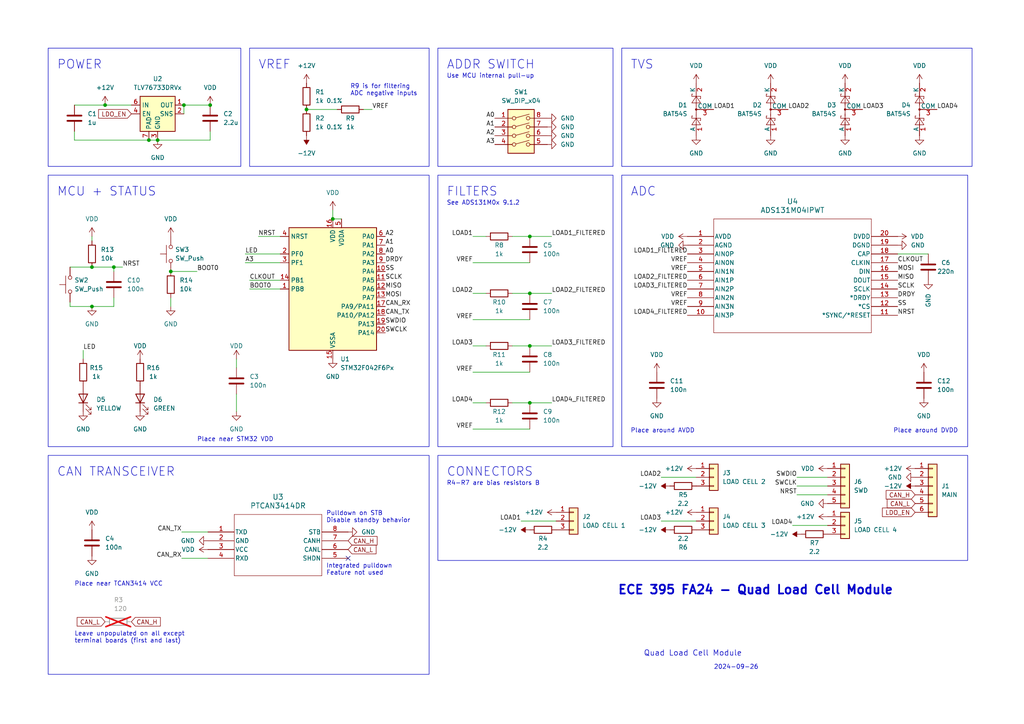
<source format=kicad_sch>
(kicad_sch (version 20230121) (generator eeschema)
  (paper "A4")
  (lib_symbols
    (symbol "2024-09-25_19-47-16:ADS131M04IPWT" (pin_names (offset 0.254))
      (property "Reference" "U" (at 30.48 10.16 0))
      (property "Value" "ADS131M04IPWT" (at 30.48 7.62 0))
      (symbol "ADS131M04IPWT_0_1"
        (polyline (pts (xy 7.62 -27.94) (xy 53.34 -27.94)) (stroke (width 0.127)))
        (polyline (pts (xy 7.62 5.08) (xy 7.62 -27.94)) (stroke (width 0.127)))
        (polyline (pts (xy 53.34 -27.94) (xy 53.34 5.08)) (stroke (width 0.127)))
        (polyline (pts (xy 53.34 5.08) (xy 7.62 5.08)) (stroke (width 0.127)))
        (pin power_in line (at 0 0 0) (length 7.62) (name "AVDD") (number "1"))
        (pin input line (at 0 -22.86 0) (length 7.62) (name "AIN3P") (number "10"))
        (pin unspecified line (at 60.96 -22.86 180) (length 7.62) (name "*SYNC/*RESET") (number "11"))
        (pin unspecified line (at 60.96 -20.32 180) (length 7.62) (name "*CS") (number "12"))
        (pin unspecified line (at 60.96 -17.78 180) (length 7.62) (name "*DRDY") (number "13"))
        (pin unspecified line (at 60.96 -15.24 180) (length 7.62) (name "SCLK") (number "14"))
        (pin output line (at 60.96 -12.7 180) (length 7.62) (name "DOUT") (number "15"))
        (pin unspecified line (at 60.96 -10.16 180) (length 7.62) (name "DIN") (number "16"))
        (pin unspecified line (at 60.96 -7.62 180) (length 7.62) (name "CLKIN") (number "17"))
        (pin unspecified line (at 60.96 -5.08 180) (length 7.62) (name "CAP") (number "18"))
        (pin power_out line (at 60.96 -2.54 180) (length 7.62) (name "DGND") (number "19"))
        (pin power_out line (at 0 -2.54 0) (length 7.62) (name "AGND") (number "2"))
        (pin power_in line (at 60.96 0 180) (length 7.62) (name "DVDD") (number "20"))
        (pin bidirectional line (at 0 -5.08 0) (length 7.62) (name "AIN0P") (number "3"))
        (pin bidirectional line (at 0 -7.62 0) (length 7.62) (name "AIN0N") (number "4"))
        (pin input line (at 0 -10.16 0) (length 7.62) (name "AIN1N") (number "5"))
        (pin input line (at 0 -12.7 0) (length 7.62) (name "AIN1P") (number "6"))
        (pin input line (at 0 -15.24 0) (length 7.62) (name "AIN2P") (number "7"))
        (pin input line (at 0 -17.78 0) (length 7.62) (name "AIN2N") (number "8"))
        (pin input line (at 0 -20.32 0) (length 7.62) (name "AIN3N") (number "9"))
      )
    )
    (symbol "2024-09-25_19-48-59:PTCAN3414DR" (pin_names (offset 0.254))
      (property "Reference" "U" (at 20.32 10.16 0))
      (property "Value" "PTCAN3414DR" (at 20.32 7.62 0))
      (symbol "PTCAN3414DR_0_1"
        (polyline (pts (xy 7.62 -12.7) (xy 33.02 -12.7)) (stroke (width 0.127)))
        (polyline (pts (xy 7.62 5.08) (xy 7.62 -12.7)) (stroke (width 0.127)))
        (polyline (pts (xy 33.02 -12.7) (xy 33.02 5.08)) (stroke (width 0.127)))
        (polyline (pts (xy 33.02 5.08) (xy 7.62 5.08)) (stroke (width 0.127)))
        (pin input line (at 0 0 0) (length 7.62) (name "TXD") (number "1"))
        (pin power_out line (at 0 -2.54 0) (length 7.62) (name "GND") (number "2"))
        (pin power_in line (at 0 -5.08 0) (length 7.62) (name "VCC") (number "3"))
        (pin output line (at 0 -7.62 0) (length 7.62) (name "RXD") (number "4"))
        (pin input line (at 40.64 -7.62 180) (length 7.62) (name "SHDN") (number "5"))
        (pin bidirectional line (at 40.64 -5.08 180) (length 7.62) (name "CANL") (number "6"))
        (pin bidirectional line (at 40.64 -2.54 180) (length 7.62) (name "CANH") (number "7"))
        (pin input line (at 40.64 0 180) (length 7.62) (name "STB") (number "8"))
      )
    )
    (symbol "Connector_Generic:Conn_01x03" (pin_names (offset 1.016) hide)
      (property "Reference" "J" (at 0 5.08 0))
      (property "Value" "Conn_01x03" (at 0 -5.08 0))
      (symbol "Conn_01x03_1_1"
        (rectangle (start -1.27 -2.413) (end 0 -2.667) (stroke (width 0.1524)))
        (rectangle (start -1.27 0.127) (end 0 -0.127) (stroke (width 0.1524)))
        (rectangle (start -1.27 2.667) (end 0 2.413) (stroke (width 0.1524)))
        (rectangle (start -1.27 3.81) (end 1.27 -3.81) (stroke (width 0.254)) (fill (type background)))
        (pin passive line (at -5.08 2.54 0) (length 3.81) (name "Pin_1") (number "1"))
        (pin passive line (at -5.08 0 0) (length 3.81) (name "Pin_2") (number "2"))
        (pin passive line (at -5.08 -2.54 0) (length 3.81) (name "Pin_3") (number "3"))
      )
    )
    (symbol "Connector_Generic:Conn_01x05" (pin_names (offset 1.016) hide)
      (property "Reference" "J" (at 0 7.62 0))
      (property "Value" "Conn_01x05" (at 0 -7.62 0))
      (symbol "Conn_01x05_1_1"
        (rectangle (start -1.27 -4.953) (end 0 -5.207) (stroke (width 0.1524)))
        (rectangle (start -1.27 -2.413) (end 0 -2.667) (stroke (width 0.1524)))
        (rectangle (start -1.27 0.127) (end 0 -0.127) (stroke (width 0.1524)))
        (rectangle (start -1.27 2.667) (end 0 2.413) (stroke (width 0.1524)))
        (rectangle (start -1.27 5.207) (end 0 4.953) (stroke (width 0.1524)))
        (rectangle (start -1.27 6.35) (end 1.27 -6.35) (stroke (width 0.254)) (fill (type background)))
        (pin passive line (at -5.08 5.08 0) (length 3.81) (name "Pin_1") (number "1"))
        (pin passive line (at -5.08 2.54 0) (length 3.81) (name "Pin_2") (number "2"))
        (pin passive line (at -5.08 0 0) (length 3.81) (name "Pin_3") (number "3"))
        (pin passive line (at -5.08 -2.54 0) (length 3.81) (name "Pin_4") (number "4"))
        (pin passive line (at -5.08 -5.08 0) (length 3.81) (name "Pin_5") (number "5"))
      )
    )
    (symbol "Connector_Generic:Conn_01x06" (pin_names (offset 1.016) hide)
      (property "Reference" "J1" (at 2.54 0 0))
      (property "Value" "MAIN" (at 2.54 -2.54 0))
      (symbol "Conn_01x06_1_1"
        (rectangle (start -1.27 -7.493) (end 0 -7.747) (stroke (width 0.1524)))
        (rectangle (start -1.27 -4.953) (end 0 -5.207) (stroke (width 0.1524)))
        (rectangle (start -1.27 -2.413) (end 0 -2.667) (stroke (width 0.1524)))
        (rectangle (start -1.27 0.127) (end 0 -0.127) (stroke (width 0.1524)))
        (rectangle (start -1.27 2.667) (end 0 2.413) (stroke (width 0.1524)))
        (rectangle (start -1.27 5.207) (end 0 4.953) (stroke (width 0.1524)))
        (rectangle (start -1.27 6.35) (end 1.27 -8.89) (stroke (width 0.254)) (fill (type background)))
        (pin power_out line (at -5.08 5.08 0) (length 3.81) (name "Pin_1") (number "1"))
        (pin power_out line (at -5.08 2.54 0) (length 3.81) (name "Pin_2") (number "2"))
        (pin power_out line (at -5.08 0 0) (length 3.81) (name "Pin_3") (number "3"))
        (pin passive line (at -5.08 -2.54 0) (length 3.81) (name "Pin_4") (number "4"))
        (pin passive line (at -5.08 -5.08 0) (length 3.81) (name "Pin_5") (number "5"))
        (pin passive line (at -5.08 -7.62 0) (length 3.81) (name "Pin_6") (number "6"))
      )
    )
    (symbol "Device:C" (pin_numbers hide) (pin_names (offset 0.254))
      (property "Reference" "C" (at 0.635 2.54 0))
      (property "Value" "C" (at 0.635 -2.54 0))
      (symbol "C_0_1"
        (polyline (pts (xy -2.032 -0.762) (xy 2.032 -0.762)) (stroke (width 0.508)))
        (polyline (pts (xy -2.032 0.762) (xy 2.032 0.762)) (stroke (width 0.508)))
      )
      (symbol "C_1_1"
        (pin passive line (at 0 3.81 270) (length 2.794) (name "~") (number "1"))
        (pin passive line (at 0 -3.81 90) (length 2.794) (name "~") (number "2"))
      )
    )
    (symbol "Device:LED" (pin_numbers hide) (pin_names (offset 1.016) hide)
      (property "Reference" "D" (at 0 2.54 0))
      (property "Value" "LED" (at 0 -2.54 0))
      (symbol "LED_0_1"
        (polyline (pts (xy -1.27 -1.27) (xy -1.27 1.27)) (stroke (width 0.254)))
        (polyline (pts (xy -1.27 0) (xy 1.27 0)))
        (polyline (pts (xy 1.27 -1.27) (xy 1.27 1.27) (xy -1.27 0) (xy 1.27 -1.27)) (stroke (width 0.254)))
        (polyline (pts (xy -3.048 -0.762) (xy -4.572 -2.286) (xy -3.81 -2.286) (xy -4.572 -2.286) (xy -4.572 -1.524)))
        (polyline (pts (xy -1.778 -0.762) (xy -3.302 -2.286) (xy -2.54 -2.286) (xy -3.302 -2.286) (xy -3.302 -1.524)))
      )
      (symbol "LED_1_1"
        (pin passive line (at -3.81 0 0) (length 2.54) (name "K") (number "1"))
        (pin passive line (at 3.81 0 180) (length 2.54) (name "A") (number "2"))
      )
    )
    (symbol "Device:R" (pin_numbers hide) (pin_names (offset 0))
      (property "Reference" "R" (at 2.032 0 90))
      (property "Value" "R" (at 0 0 90))
      (symbol "R_0_1"
        (rectangle (start -1.016 -2.54) (end 1.016 2.54) (stroke (width 0.254)))
      )
      (symbol "R_1_1"
        (pin passive line (at 0 3.81 270) (length 1.27) (name "~") (number "1"))
        (pin passive line (at 0 -3.81 90) (length 1.27) (name "~") (number "2"))
      )
    )
    (symbol "Diode:BAT54S" (pin_names (offset 0))
      (property "Reference" "D" (at 2.54 -5.08 0))
      (property "Value" "BAT54S" (at -6.35 3.175 0))
      (symbol "BAT54S_0_1"
        (polyline (pts (xy -3.81 0) (xy -1.27 0)))
        (polyline (pts (xy -3.175 -1.27) (xy -3.175 -1.016)))
        (polyline (pts (xy -2.54 -1.27) (xy -3.175 -1.27)))
        (polyline (pts (xy -2.54 -1.27) (xy -2.54 1.27)))
        (polyline (pts (xy -2.54 1.27) (xy -1.905 1.27)))
        (polyline (pts (xy -1.905 0) (xy 1.905 0)))
        (polyline (pts (xy -1.905 1.27) (xy -1.905 1.016)))
        (polyline (pts (xy 1.27 0) (xy 3.81 0)))
        (polyline (pts (xy 3.175 -1.27) (xy 3.175 -1.016)))
        (polyline (pts (xy 3.81 -1.27) (xy 3.175 -1.27)))
        (polyline (pts (xy 3.81 -1.27) (xy 3.81 1.27)))
        (polyline (pts (xy 3.81 1.27) (xy 4.445 1.27)))
        (polyline (pts (xy 4.445 1.27) (xy 4.445 1.016)))
        (polyline (pts (xy -4.445 1.27) (xy -4.445 -1.27) (xy -2.54 0) (xy -4.445 1.27)))
        (polyline (pts (xy 1.905 1.27) (xy 1.905 -1.27) (xy 3.81 0) (xy 1.905 1.27)))
        (circle (center 0 0) (radius 0.254) (fill (type outline)))
      )
      (symbol "BAT54S_1_1"
        (pin passive line (at -7.62 0 0) (length 3.81) (name "A") (number "1"))
        (pin passive line (at 7.62 0 180) (length 3.81) (name "K") (number "2"))
        (pin passive line (at 0 -5.08 90) (length 5.08) (name "COM") (number "3"))
      )
    )
    (symbol "MCU_ST_STM32F0:STM32F042F6Px"
      (property "Reference" "U" (at -12.7 19.05 0))
      (property "Value" "STM32F042F6Px" (at 5.08 19.05 0))
      (symbol "STM32F042F6Px_0_1"
        (rectangle (start -12.7 -17.78) (end 12.7 17.78) (stroke (width 0.254)) (fill (type background)))
      )
      (symbol "STM32F042F6Px_1_1"
        (pin bidirectional line (at -15.24 0 0) (length 2.54) (name "PB8") (number "1"))
        (pin bidirectional line (at 15.24 5.08 180) (length 2.54) (name "PA4") (number "10"))
        (pin bidirectional line (at 15.24 2.54 180) (length 2.54) (name "PA5") (number "11"))
        (pin bidirectional line (at 15.24 0 180) (length 2.54) (name "PA6") (number "12"))
        (pin bidirectional line (at 15.24 -2.54 180) (length 2.54) (name "PA7") (number "13"))
        (pin bidirectional line (at -15.24 2.54 0) (length 2.54) (name "PB1") (number "14"))
        (pin power_in line (at 0 -20.32 90) (length 2.54) (name "VSSA") (number "15"))
        (pin power_in line (at 0 20.32 270) (length 2.54) (name "VDD") (number "16"))
        (pin bidirectional line (at 15.24 -5.08 180) (length 2.54) (name "PA9/PA11") (number "17"))
        (pin bidirectional line (at 15.24 -7.62 180) (length 2.54) (name "PA10/PA12") (number "18"))
        (pin bidirectional line (at 15.24 -10.16 180) (length 2.54) (name "PA13") (number "19"))
        (pin bidirectional line (at -15.24 10.16 0) (length 2.54) (name "PF0") (number "2"))
        (pin bidirectional line (at 15.24 -12.7 180) (length 2.54) (name "PA14") (number "20"))
        (pin bidirectional line (at -15.24 7.62 0) (length 2.54) (name "PF1") (number "3"))
        (pin input line (at -15.24 15.24 0) (length 2.54) (name "NRST") (number "4"))
        (pin power_in line (at 2.54 20.32 270) (length 2.54) (name "VDDA") (number "5"))
        (pin bidirectional line (at 15.24 15.24 180) (length 2.54) (name "PA0") (number "6"))
        (pin bidirectional line (at 15.24 12.7 180) (length 2.54) (name "PA1") (number "7"))
        (pin bidirectional line (at 15.24 10.16 180) (length 2.54) (name "PA2") (number "8"))
        (pin bidirectional line (at 15.24 7.62 180) (length 2.54) (name "PA3") (number "9"))
      )
    )
    (symbol "Regulator_Linear:TLV76733DRVx"
      (property "Reference" "U" (at 0 8.89 0))
      (property "Value" "TLV76733DRVx" (at 0 6.35 0))
      (symbol "TLV76733DRVx_0_1"
        (rectangle (start -5.08 -5.08) (end 5.08 5.08) (stroke (width 0.254)) (fill (type background)))
      )
      (symbol "TLV76733DRVx_1_1"
        (pin power_out line (at 7.62 2.54 180) (length 2.54) (name "OUT") (number "1"))
        (pin input line (at 7.62 0 180) (length 2.54) (name "SNS") (number "2"))
        (pin power_in line (at 0 -7.62 90) (length 2.54) (name "GND") (number "3"))
        (pin input line (at -7.62 0 0) (length 2.54) (name "EN") (number "4"))
        (pin passive line (at 0 -7.62 90) (length 2.54) hide (name "GND") (number "5"))
        (pin power_in line (at -7.62 2.54 0) (length 2.54) (name "IN") (number "6"))
        (pin passive line (at -2.54 -7.62 90) (length 2.54) (name "PAD") (number "7"))
      )
    )
    (symbol "Switch:SW_DIP_x04" (pin_names (offset 0) hide)
      (property "Reference" "SW" (at 0 8.89 0))
      (property "Value" "SW_DIP_x04" (at 0 -6.35 0))
      (symbol "SW_DIP_x04_0_0"
        (circle (center -2.032 -2.54) (radius 0.508))
        (circle (center -2.032 0) (radius 0.508))
        (circle (center -2.032 2.54) (radius 0.508))
        (circle (center -2.032 5.08) (radius 0.508))
        (polyline (pts (xy -1.524 -2.3876) (xy 2.3622 -1.3462)))
        (polyline (pts (xy -1.524 0.127) (xy 2.3622 1.1684)))
        (polyline (pts (xy -1.524 2.667) (xy 2.3622 3.7084)))
        (polyline (pts (xy -1.524 5.207) (xy 2.3622 6.2484)))
        (circle (center 2.032 -2.54) (radius 0.508))
        (circle (center 2.032 0) (radius 0.508))
        (circle (center 2.032 2.54) (radius 0.508))
        (circle (center 2.032 5.08) (radius 0.508))
      )
      (symbol "SW_DIP_x04_0_1"
        (rectangle (start -3.81 7.62) (end 3.81 -5.08) (stroke (width 0.254)) (fill (type background)))
      )
      (symbol "SW_DIP_x04_1_1"
        (pin passive line (at -7.62 5.08 0) (length 5.08) (name "~") (number "1"))
        (pin passive line (at -7.62 2.54 0) (length 5.08) (name "~") (number "2"))
        (pin passive line (at -7.62 0 0) (length 5.08) (name "~") (number "3"))
        (pin passive line (at -7.62 -2.54 0) (length 5.08) (name "~") (number "4"))
        (pin passive line (at 7.62 -2.54 180) (length 5.08) (name "~") (number "5"))
        (pin passive line (at 7.62 0 180) (length 5.08) (name "~") (number "6"))
        (pin passive line (at 7.62 2.54 180) (length 5.08) (name "~") (number "7"))
        (pin passive line (at 7.62 5.08 180) (length 5.08) (name "~") (number "8"))
      )
    )
    (symbol "Switch:SW_Push" (pin_numbers hide) (pin_names (offset 1.016) hide)
      (property "Reference" "SW" (at 1.27 2.54 0))
      (property "Value" "SW_Push" (at 0 -1.524 0))
      (symbol "SW_Push_0_1"
        (circle (center -2.032 0) (radius 0.508))
        (polyline (pts (xy 0 1.27) (xy 0 3.048)))
        (polyline (pts (xy 2.54 1.27) (xy -2.54 1.27)))
        (circle (center 2.032 0) (radius 0.508))
        (pin passive line (at -5.08 0 0) (length 2.54) (name "1") (number "1"))
        (pin passive line (at 5.08 0 180) (length 2.54) (name "2") (number "2"))
      )
    )
    (symbol "power:+12V" (power) (pin_names (offset 0))
      (property "Value" "+12V" (at 0 3.556 0))
      (symbol "+12V_0_1"
        (polyline (pts (xy -0.762 1.27) (xy 0 2.54)))
        (polyline (pts (xy 0 0) (xy 0 2.54)))
        (polyline (pts (xy 0 2.54) (xy 0.762 1.27)))
      )
      (symbol "+12V_1_1"
        (pin power_in line (at 0 0 90) (length 0) hide (name "+12V") (number "1"))
      )
    )
    (symbol "power:-12V" (power) (pin_names (offset 0))
      (property "Value" "-12V" (at 0 3.81 0))
      (symbol "-12V_0_0"
        (pin power_in line (at 0 0 90) (length 0) hide (name "-12V") (number "1"))
      )
      (symbol "-12V_0_1"
        (polyline (pts (xy 0 0) (xy 0 1.27) (xy 0.762 1.27) (xy 0 2.54) (xy -0.762 1.27) (xy 0 1.27)) (fill (type outline)))
      )
    )
    (symbol "power:GND" (power) (pin_names (offset 0))
      (property "Value" "GND" (at 0 -3.81 0))
      (symbol "GND_0_1"
        (polyline (pts (xy 0 0) (xy 0 -1.27) (xy 1.27 -1.27) (xy 0 -2.54) (xy -1.27 -1.27) (xy 0 -1.27)))
      )
      (symbol "GND_1_1"
        (pin power_in line (at 0 0 270) (length 0) hide (name "GND") (number "1"))
      )
    )
    (symbol "power:VDD" (power) (pin_names (offset 0))
      (property "Value" "VDD" (at 0 3.81 0))
      (symbol "VDD_0_1"
        (polyline (pts (xy -0.762 1.27) (xy 0 2.54)))
        (polyline (pts (xy 0 0) (xy 0 2.54)))
        (polyline (pts (xy 0 2.54) (xy 0.762 1.27)))
      )
      (symbol "VDD_1_1"
        (pin power_in line (at 0 0 90) (length 0) hide (name "VDD") (number "1"))
      )
    )
  )
  (junction (at 60.96 30.48))
  (junction (at 88.9 31.75))
  (junction (at 153.67 68.58))
  (junction (at 26.67 77.47))
  (junction (at 153.67 85.09))
  (junction (at 96.52 63.5))
  (junction (at 43.18 40.64))
  (junction (at 45.72 40.64))
  (junction (at 33.02 77.47))
  (junction (at 30.48 30.48))
  (junction (at 153.67 116.84))
  (junction (at 49.53 78.74))
  (junction (at 153.67 100.33))
  (junction (at 53.34 30.48))
  (junction (at 26.67 88.9))
  (no_connect (at 100.965 161.925))
  (wire (pts (xy 153.67 116.84) (xy 160.02 116.84)))
  (wire (pts (xy 53.34 30.48) (xy 60.96 30.48)))
  (wire (pts (xy 148.59 116.84) (xy 153.67 116.84)))
  (wire (pts (xy 229.87 152.4) (xy 240.03 152.4)))
  (wire (pts (xy 71.12 76.2) (xy 81.28 76.2)))
  (wire (pts (xy 137.16 100.33) (xy 140.97 100.33)))
  (wire (pts (xy 60.96 38.1) (xy 60.96 40.64)))
  (wire (pts (xy 33.02 77.47) (xy 35.56 77.47)))
  (wire (pts (xy 33.02 78.74) (xy 33.02 77.47)))
  (wire (pts (xy 33.02 88.9) (xy 33.02 86.36)))
  (wire (pts (xy 88.9 31.75) (xy 97.79 31.75)))
  (wire (pts (xy 96.52 63.5) (xy 99.06 63.5)))
  (wire (pts (xy 26.67 68.58) (xy 26.67 69.85)))
  (wire (pts (xy 68.58 104.14) (xy 68.58 106.68)))
  (wire (pts (xy 74.93 68.58) (xy 81.28 68.58)))
  (wire (pts (xy 53.34 30.48) (xy 53.34 33.02)))
  (wire (pts (xy 137.16 107.95) (xy 153.67 107.95)))
  (wire (pts (xy 49.53 78.74) (xy 57.15 78.74)))
  (wire (pts (xy 52.705 161.925) (xy 60.325 161.925)))
  (wire (pts (xy 26.67 88.9) (xy 20.32 88.9)))
  (wire (pts (xy 21.59 38.1) (xy 21.59 40.64)))
  (wire (pts (xy 153.67 100.33) (xy 160.02 100.33)))
  (wire (pts (xy 68.58 119.38) (xy 68.58 114.3)))
  (wire (pts (xy 231.14 140.97) (xy 240.03 140.97)))
  (wire (pts (xy 72.39 83.82) (xy 81.28 83.82)))
  (wire (pts (xy 151.13 151.13) (xy 161.29 151.13)))
  (wire (pts (xy 260.35 73.66) (xy 269.24 73.66)))
  (wire (pts (xy 191.77 138.43) (xy 201.93 138.43)))
  (wire (pts (xy 21.59 30.48) (xy 30.48 30.48)))
  (wire (pts (xy 153.67 68.58) (xy 160.02 68.58)))
  (wire (pts (xy 105.41 31.75) (xy 107.95 31.75)))
  (wire (pts (xy 30.48 30.48) (xy 38.1 30.48)))
  (wire (pts (xy 20.32 88.9) (xy 20.32 87.63)))
  (wire (pts (xy 148.59 68.58) (xy 153.67 68.58)))
  (wire (pts (xy 148.59 100.33) (xy 153.67 100.33)))
  (wire (pts (xy 191.77 151.13) (xy 201.93 151.13)))
  (wire (pts (xy 137.16 116.84) (xy 140.97 116.84)))
  (wire (pts (xy 148.59 85.09) (xy 153.67 85.09)))
  (wire (pts (xy 26.67 88.9) (xy 33.02 88.9)))
  (wire (pts (xy 24.13 101.6) (xy 24.13 104.14)))
  (wire (pts (xy 231.14 138.43) (xy 240.03 138.43)))
  (wire (pts (xy 153.67 85.09) (xy 160.02 85.09)))
  (wire (pts (xy 60.96 40.64) (xy 45.72 40.64)))
  (wire (pts (xy 49.53 86.36) (xy 49.53 88.9)))
  (wire (pts (xy 72.39 81.28) (xy 81.28 81.28)))
  (wire (pts (xy 137.16 76.2) (xy 153.67 76.2)))
  (wire (pts (xy 43.18 40.64) (xy 45.72 40.64)))
  (wire (pts (xy 137.16 85.09) (xy 140.97 85.09)))
  (wire (pts (xy 137.16 68.58) (xy 140.97 68.58)))
  (wire (pts (xy 137.16 124.46) (xy 153.67 124.46)))
  (wire (pts (xy 96.52 60.96) (xy 96.52 63.5)))
  (wire (pts (xy 20.32 77.47) (xy 26.67 77.47)))
  (wire (pts (xy 26.67 77.47) (xy 33.02 77.47)))
  (wire (pts (xy 231.14 143.51) (xy 240.03 143.51)))
  (wire (pts (xy 71.12 73.66) (xy 81.28 73.66)))
  (wire (pts (xy 21.59 40.64) (xy 43.18 40.64)))
  (wire (pts (xy 52.705 154.305) (xy 60.325 154.305)))
  (wire (pts (xy 137.16 92.71) (xy 153.67 92.71)))
  (rectangle (start 180.34 50.8) (end 280.67 129.54))
  (rectangle (start 13.97 132.08) (end 124.46 195.58))
  (rectangle (start 127 13.97) (end 177.8 48.26))
  (rectangle (start 127 132.08) (end 280.67 162.56))
  (rectangle (start 72.39 13.97) (end 124.46 48.26))
  (rectangle (start 180.34 13.97) (end 281.94 48.26))
  (rectangle (start 13.97 13.97) (end 69.85 48.26))
  (rectangle (start 13.97 50.8) (end 124.46 129.54))
  (rectangle (start 127 50.8) (end 177.8 129.54))
  (text "CONNECTORS" (at 129.54 138.43 0) (effects (font (size 2.54 2.54)) (justify left bottom)))
  (text "MCU + STATUS" (at 16.51 57.15 0) (effects (font (size 2.54 2.54)) (justify left bottom)))
  (text "VREF" (at 74.93 20.32 0) (effects (font (size 2.54 2.54)) (justify left bottom)))
  (text "Use MCU internal pull-up" (at 129.54 22.86 0) (effects (font (size 1.27 1.27)) (justify left bottom)))
  (text "Place near STM32 VDD" (at 57.15 128.27 0) (effects (font (size 1.27 1.27)) (justify left bottom)))
  (text "Leave unpopulated on all except\nterminal boards (first and last)" (at 21.59 186.69 0) (effects (font (size 1.27 1.27)) (justify left bottom)))
  (text "ECE 395 FA24 - Quad Load Cell Module" (at 179.07 172.72 0) (effects (font (size 2.54 2.54) (thickness 0.508) bold) (justify left bottom)))
  (text "POWER" (at 16.51 20.32 0) (effects (font (size 2.54 2.54)) (justify left bottom)))
  (text "FILTERS" (at 129.54 57.15 0) (effects (font (size 2.54 2.54)) (justify left bottom)))
  (text "Place around AVDD" (at 182.88 125.73 0) (effects (font (size 1.27 1.27)) (justify left bottom)))
  (text "See ADS131M0x 9.1.2" (at 129.54 59.69 0) (effects (font (size 1.27 1.27)) (justify left bottom)))
  (text "Pulldown on STB\nDisable standby behavior" (at 94.615 151.765 0) (effects (font (size 1.27 1.27)) (justify left bottom)))
  (text "ADDR SWITCH" (at 129.54 20.32 0) (effects (font (size 2.54 2.54)) (justify left bottom)))
  (text "CAN TRANSCEIVER" (at 16.51 138.43 0) (effects (font (size 2.54 2.54)) (justify left bottom)))
  (text "Quad Load Cell Module" (at 186.69 190.5 0) (effects (font (size 1.6 1.6)) (justify left bottom)))
  (text "2024-09-26" (at 207.01 194.31 0) (effects (font (size 1.27 1.27)) (justify left bottom)))
  (text "Place near TCAN3414 VCC" (at 21.59 170.18 0) (effects (font (size 1.27 1.27)) (justify left bottom)))
  (text "Place around DVDD" (at 259.08 125.73 0) (effects (font (size 1.27 1.27)) (justify left bottom)))
  (text "R9 is for filtering\nADC negative inputs" (at 101.6 27.94 0) (effects (font (size 1.27 1.27)) (justify left bottom)))
  (text "ADC" (at 182.88 57.15 0) (effects (font (size 2.54 2.54)) (justify left bottom)))
  (text "R4-R7 are bias resistors B" (at 129.54 140.97 0) (effects (font (size 1.27 1.27)) (justify left bottom)))
  (text "TVS" (at 182.88 20.32 0) (effects (font (size 2.54 2.54)) (justify left bottom)))
  (text "Integrated pulldown\nFeature not used" (at 94.615 167.005 0) (effects (font (size 1.27 1.27)) (justify left bottom)))
  (label "CLKOUT" (at 72.39 81.28 0))
  (label "VREF" (at 137.16 124.46 180))
  (label "LOAD1_FILTERED" (at 160.02 68.58 0))
  (label "CAN_TX" (at 52.705 154.305 180))
  (label "LOAD4" (at 271.78 31.75 0))
  (label "LOAD3" (at 250.19 31.75 0))
  (label "VREF" (at 137.16 92.71 180))
  (label "NRST" (at 260.35 91.44 0))
  (label "VREF" (at 137.16 76.2 180))
  (label "A1" (at 111.76 71.12 0))
  (label "LOAD4" (at 229.87 152.4 180))
  (label "CAN_RX" (at 52.705 161.925 180))
  (label "LOAD1_FILTERED" (at 199.39 73.66 180))
  (label "BOOT0" (at 57.15 78.74 0))
  (label "VREF" (at 137.16 107.95 180))
  (label "VREF" (at 199.39 78.74 180))
  (label "BOOT0" (at 72.39 83.82 0))
  (label "NRST" (at 231.14 143.51 180))
  (label "A2" (at 143.51 39.37 180))
  (label "LOAD3" (at 137.16 100.33 180))
  (label "DRDY" (at 111.76 76.2 0))
  (label "SWDIO" (at 111.76 93.98 0))
  (label "SWCLK" (at 111.76 96.52 0))
  (label "SS" (at 111.76 78.74 0))
  (label "SCLK" (at 260.35 83.82 0))
  (label "LOAD1" (at 137.16 68.58 180))
  (label "A2" (at 111.76 68.58 0))
  (label "VREF" (at 199.39 76.2 180))
  (label "LOAD3_FILTERED" (at 199.39 83.82 180))
  (label "LED" (at 71.12 73.66 0))
  (label "LOAD1" (at 151.13 151.13 180))
  (label "VREF" (at 107.95 31.75 0))
  (label "SWDIO" (at 231.14 138.43 180))
  (label "NRST" (at 74.93 68.58 0))
  (label "LOAD3" (at 191.77 151.13 180))
  (label "CAN_RX" (at 111.76 88.9 0))
  (label "LOAD2_FILTERED" (at 199.39 81.28 180))
  (label "LOAD2" (at 228.6 31.75 0))
  (label "A1" (at 143.51 36.83 180))
  (label "A0" (at 111.76 73.66 0))
  (label "DRDY" (at 260.35 86.36 0))
  (label "CAN_TX" (at 111.76 91.44 0))
  (label "LOAD1" (at 207.01 31.75 0))
  (label "LED" (at 24.13 101.6 0))
  (label "MOSI" (at 111.76 86.36 0))
  (label "MOSI" (at 260.35 78.74 0))
  (label "SCLK" (at 111.76 81.28 0))
  (label "SS" (at 260.35 88.9 0))
  (label "MISO" (at 111.76 83.82 0))
  (label "A0" (at 143.51 34.29 180))
  (label "VREF" (at 199.39 88.9 180))
  (label "LOAD3_FILTERED" (at 160.02 100.33 0))
  (label "LOAD2" (at 191.77 138.43 180))
  (label "NRST" (at 35.56 77.47 0))
  (label "LOAD4_FILTERED" (at 160.02 116.84 0))
  (label "A3" (at 143.51 41.91 180))
  (label "VREF" (at 199.39 86.36 180))
  (label "A3" (at 71.12 76.2 0))
  (label "LOAD2_FILTERED" (at 160.02 85.09 0))
  (label "LOAD4_FILTERED" (at 199.39 91.44 180))
  (label "LOAD2" (at 137.16 85.09 180))
  (label "LOAD4" (at 137.16 116.84 180))
  (label "SWCLK" (at 231.14 140.97 180))
  (label "MISO" (at 260.35 81.28 0))
  (label "CLKOUT" (at 260.35 76.2 0))
  (global_label "LDO_EN" (shape input) (at 265.43 148.59 180) (property "Intersheetrefs" "${INTERSHEET_REFS}" (effects hide)))
  (global_label "CAN_H" (shape input) (at 100.965 156.845 0) (property "Intersheetrefs" "${INTERSHEET_REFS}" (effects hide)))
  (global_label "LDO_EN" (shape input) (at 38.1 33.02 180) (property "Intersheetrefs" "${INTERSHEET_REFS}" (effects hide)))
  (global_label "CAN_H" (shape input) (at 265.43 143.51 180) (property "Intersheetrefs" "${INTERSHEET_REFS}" (effects hide)))
  (global_label "CAN_L" (shape input) (at 100.965 159.385 0) (property "Intersheetrefs" "${INTERSHEET_REFS}" (effects hide)))
  (global_label "CAN_H" (shape input) (at 38.1 180.34 0) (property "Intersheetrefs" "${INTERSHEET_REFS}" (effects hide)))
  (global_label "CAN_L" (shape input) (at 30.48 180.34 180) (property "Intersheetrefs" "${INTERSHEET_REFS}" (effects hide)))
  (global_label "CAN_L" (shape input) (at 265.43 146.05 180) (property "Intersheetrefs" "${INTERSHEET_REFS}" (effects hide)))
  (symbol (lib_id "power:VDD") (at 245.11 24.13 0) (unit 1)
    (property "Reference" "#PWR028" (effects hide))
    (property "Value" "VDD" (at 245.11 19.05 0))
  )
  (symbol (lib_id "power:GND") (at 245.11 39.37 0) (unit 1)
    (property "Reference" "#PWR029" (effects hide))
    (property "Value" "GND" (at 245.11 44.45 0))
  )
  (symbol (lib_id "Device:C") (at 33.02 82.55 0) (unit 1)
    (property "Reference" "C10" (at 36.83 81.28 0) (effects (justify left)))
    (property "Value" "100n" (at 36.83 83.82 0) (effects (justify left)))
    (property "Footprint" "Capacitor_SMD:C_0603_1608Metric_Pad1.08x0.95mm_HandSolder" (effects hide))
    (property "LCSC Part #" "C14663" (effects hide))
  )
  (symbol (lib_id "Switch:SW_Push") (at 20.32 82.55 90) (unit 1) (in_bom no)
    (property "Reference" "SW2" (at 21.59 81.28 90) (effects (justify right)))
    (property "Value" "SW_Push" (at 21.59 83.82 90) (effects (justify right)))
    (property "Footprint" "Button_Switch_THT:SW_PUSH_6mm" (effects hide))
  )
  (symbol (lib_id "power:VDD") (at 49.53 68.58 0) (unit 1)
    (property "Reference" "#PWR039" (effects hide))
    (property "Value" "VDD" (at 49.53 63.5 0))
  )
  (symbol (lib_id "power:-12V") (at 232.41 154.94 90) (unit 1)
    (property "Reference" "#PWR021" (effects hide))
    (property "Value" "-12V" (at 228.6 154.94 90) (effects (justify left)))
  )
  (symbol (lib_id "power:GND") (at 158.75 41.91 90) (unit 1)
    (property "Reference" "#PWR050" (effects hide))
    (property "Value" "GND" (at 162.56 41.91 90) (effects (justify right)))
  )
  (symbol (lib_id "power:GND") (at 266.7 39.37 0) (unit 1)
    (property "Reference" "#PWR031" (effects hide))
    (property "Value" "GND" (at 266.7 44.45 0))
  )
  (symbol (lib_id "power:VDD") (at 96.52 60.96 0) (unit 1)
    (property "Reference" "#PWR01" (effects hide))
    (property "Value" "VDD" (at 96.52 55.88 0))
  )
  (symbol (lib_id "Device:C") (at 68.58 110.49 0) (unit 1)
    (property "Reference" "C3" (at 72.39 109.22 0) (effects (justify left)))
    (property "Value" "100n" (at 72.39 111.76 0) (effects (justify left)))
    (property "Footprint" "Capacitor_SMD:C_0603_1608Metric_Pad1.08x0.95mm_HandSolder" (effects hide))
    (property "LCSC Part #" "C14663" (effects hide))
  )
  (symbol (lib_id "power:VDD") (at 60.325 159.385 90) (unit 1)
    (property "Reference" "#PWR022" (effects hide))
    (property "Value" "VDD" (at 56.515 159.385 90) (effects (justify left)))
  )
  (symbol (lib_id "power:GND") (at 199.39 71.12 270) (unit 1)
    (property "Reference" "#PWR035" (effects hide))
    (property "Value" "GND" (at 195.58 71.12 90) (effects (justify right)))
  )
  (symbol (lib_id "power:+12V") (at 201.93 148.59 90) (unit 1)
    (property "Reference" "#PWR018" (effects hide))
    (property "Value" "+12V" (at 198.12 148.59 90) (effects (justify left)))
  )
  (symbol (lib_id "Device:C") (at 153.67 120.65 0) (unit 1)
    (property "Reference" "C9" (at 157.48 119.38 0) (effects (justify left)))
    (property "Value" "100n" (at 157.48 121.92 0) (effects (justify left)))
    (property "Footprint" "Capacitor_SMD:C_0603_1608Metric_Pad1.08x0.95mm_HandSolder" (effects hide))
    (property "LCSC Part #" "C14663" (effects hide))
  )
  (symbol (lib_id "power:GND") (at 267.97 115.57 0) (unit 1)
    (property "Reference" "#PWR044" (effects hide))
    (property "Value" "GND" (at 267.97 120.65 0))
  )
  (symbol (lib_id "power:-12V") (at 194.31 140.97 90) (unit 1)
    (property "Reference" "#PWR017" (effects hide))
    (property "Value" "-12V" (at 190.5 140.97 90) (effects (justify left)))
  )
  (symbol (lib_id "power:GND") (at 68.58 119.38 0) (unit 1)
    (property "Reference" "#PWR09" (effects hide))
    (property "Value" "GND" (at 68.58 124.46 0))
  )
  (symbol (lib_id "Device:R") (at 34.29 180.34 270) (unit 1) (in_bom no) (dnp yes)
    (property "Reference" "R3" (at 33.02 173.99 90) (effects (justify left)))
    (property "Value" "120" (at 33.02 176.53 90) (effects (justify left)))
    (property "Footprint" "Resistor_SMD:R_0603_1608Metric_Pad0.98x0.95mm_HandSolder" (effects hide))
  )
  (symbol (lib_id "power:VDD") (at 201.93 24.13 0) (unit 1)
    (property "Reference" "#PWR025" (effects hide))
    (property "Value" "VDD" (at 201.93 19.05 0))
  )
  (symbol (lib_id "power:VDD") (at 40.64 104.14 0) (unit 1)
    (property "Reference" "#PWR053" (effects hide))
    (property "Value" "VDD" (at 40.64 100.33 0))
  )
  (symbol (lib_id "power:GND") (at 100.965 154.305 90) (unit 1)
    (property "Reference" "#PWR045" (effects hide))
    (property "Value" "GND" (at 104.775 154.305 90) (effects (justify right)))
  )
  (symbol (lib_id "power:VDD") (at 26.67 153.67 0) (unit 1)
    (property "Reference" "#PWR012" (effects hide))
    (property "Value" "VDD" (at 26.67 148.59 0))
  )
  (symbol (lib_id "Device:R") (at 24.13 107.95 180) (unit 1)
    (property "Reference" "R15" (at 27.94 106.68 0))
    (property "Value" "1k" (at 27.94 109.22 0))
    (property "Footprint" "Resistor_SMD:R_0603_1608Metric_Pad0.98x0.95mm_HandSolder" (effects hide))
    (property "LCSC Part #" "C21190" (effects hide))
  )
  (symbol (lib_id "Diode:BAT54S") (at 266.7 31.75 90) (unit 1)
    (property "Reference" "D4" (at 264.16 30.48 90) (effects (justify left)))
    (property "Value" "BAT54S" (at 264.16 33.02 90) (effects (justify left)))
    (property "Footprint" "Package_TO_SOT_SMD:SOT-23" (effects hide))
    (property "Datasheet" "https://www.diodes.com/assets/Datasheets/ds11005.pdf" (effects hide))
    (property "LCSC Part #" "C916425" (effects hide))
  )
  (symbol (lib_id "Device:R") (at 236.22 154.94 90) (unit 1)
    (property "Reference" "R7" (at 236.22 157.48 90))
    (property "Value" "2.2" (at 236.22 160.02 90))
    (property "Footprint" "Resistor_SMD:R_0603_1608Metric_Pad0.98x0.95mm_HandSolder" (effects hide))
    (property "LCSC Part #" "C25226" (effects hide))
  )
  (symbol (lib_id "Device:R") (at 144.78 68.58 90) (unit 1)
    (property "Reference" "R8" (at 144.78 71.12 90))
    (property "Value" "1k" (at 144.78 73.66 90))
    (property "Footprint" "Resistor_SMD:R_0603_1608Metric_Pad0.98x0.95mm_HandSolder" (effects hide))
    (property "LCSC Part #" "C21190" (effects hide))
  )
  (symbol (lib_id "Device:LED") (at 40.64 115.57 90) (unit 1)
    (property "Reference" "D6" (at 44.45 115.8875 90) (effects (justify right)))
    (property "Value" "GREEN" (at 44.45 118.4275 90) (effects (justify right)))
    (property "Footprint" "LED_SMD:LED_0805_2012Metric_Pad1.15x1.40mm_HandSolder" (effects hide))
    (property "LCSC Part #" "C2297" (effects hide))
  )
  (symbol (lib_id "Connector_Generic:Conn_01x03") (at 245.11 152.4 0) (unit 1) (in_bom no)
    (property "Reference" "J5" (at 247.65 151.13 0) (effects (justify left)))
    (property "Value" "LOAD CELL 4" (at 247.65 153.67 0) (effects (justify left)))
    (property "Footprint" "Connector_JST:JST_XH_S3B-XH-A_1x03_P2.50mm_Horizontal" (effects hide))
  )
  (symbol (lib_id "power:GND") (at 60.325 156.845 270) (unit 1)
    (property "Reference" "#PWR023" (effects hide))
    (property "Value" "GND" (at 56.515 156.845 90) (effects (justify right)))
  )
  (symbol (lib_id "power:GND") (at 40.64 119.38 0) (unit 1)
    (property "Reference" "#PWR054" (effects hide))
    (property "Value" "GND" (at 40.64 124.46 0))
  )
  (symbol (lib_id "Diode:BAT54S") (at 245.11 31.75 90) (unit 1)
    (property "Reference" "D3" (at 242.57 30.48 90) (effects (justify left)))
    (property "Value" "BAT54S" (at 242.57 33.02 90) (effects (justify left)))
    (property "Footprint" "Package_TO_SOT_SMD:SOT-23" (effects hide))
    (property "Datasheet" "https://www.diodes.com/assets/Datasheets/ds11005.pdf" (effects hide))
    (property "LCSC Part #" "C916425" (effects hide))
  )
  (symbol (lib_id "Device:R") (at 49.53 82.55 0) (unit 1)
    (property "Reference" "R14" (at 52.07 81.28 0) (effects (justify left)))
    (property "Value" "10k" (at 52.07 83.82 0) (effects (justify left)))
    (property "Footprint" "Resistor_SMD:R_0603_1608Metric_Pad0.98x0.95mm_HandSolder" (effects hide))
    (property "LCSC Part #" "C25804" (effects hide))
  )
  (symbol (lib_id "power:GND") (at 201.93 39.37 0) (unit 1)
    (property "Reference" "#PWR024" (effects hide))
    (property "Value" "GND" (at 201.93 44.45 0))
  )
  (symbol (lib_id "power:+12V") (at 161.29 148.59 90) (unit 1)
    (property "Reference" "#PWR014" (effects hide))
    (property "Value" "+12V" (at 157.48 148.59 90) (effects (justify left)))
  )
  (symbol (lib_id "power:VDD") (at 240.03 135.89 90) (unit 1)
    (property "Reference" "#PWR051" (effects hide))
    (property "Value" "VDD" (at 236.22 135.89 90) (effects (justify left)))
  )
  (symbol (lib_id "power:GND") (at 26.67 161.29 0) (unit 1)
    (property "Reference" "#PWR013" (effects hide))
    (property "Value" "GND" (at 26.67 166.37 0))
  )
  (symbol (lib_id "power:-12V") (at 88.9 39.37 180) (unit 1)
    (property "Reference" "#PWR011" (effects hide))
    (property "Value" "-12V" (at 88.9 44.45 0))
  )
  (symbol (lib_id "power:GND") (at 45.72 40.64 0) (unit 1)
    (property "Reference" "#PWR07" (effects hide))
    (property "Value" "GND" (at 45.72 45.72 0))
  )
  (symbol (lib_id "Device:C") (at 190.5 111.76 0) (unit 1)
    (property "Reference" "C11" (at 194.31 110.49 0) (effects (justify left)))
    (property "Value" "100n" (at 194.31 113.03 0) (effects (justify left)))
    (property "Footprint" "Capacitor_SMD:C_0603_1608Metric_Pad1.08x0.95mm_HandSolder" (effects hide))
    (property "LCSC Part #" "C14663" (effects hide))
  )
  (symbol (lib_id "power:+12V") (at 201.93 135.89 90) (unit 1)
    (property "Reference" "#PWR016" (effects hide))
    (property "Value" "+12V" (at 198.12 135.89 90) (effects (justify left)))
  )
  (symbol (lib_id "Device:R") (at 144.78 116.84 90) (unit 1)
    (property "Reference" "R12" (at 144.78 119.38 90))
    (property "Value" "1k" (at 144.78 121.92 90))
    (property "Footprint" "Resistor_SMD:R_0603_1608Metric_Pad0.98x0.95mm_HandSolder" (effects hide))
    (property "LCSC Part #" "C21190" (effects hide))
  )
  (symbol (lib_id "power:GND") (at 49.53 88.9 0) (unit 1)
    (property "Reference" "#PWR040" (effects hide))
    (property "Value" "GND" (at 49.53 93.98 0))
  )
  (symbol (lib_id "power:VDD") (at 267.97 107.95 0) (unit 1)
    (property "Reference" "#PWR043" (effects hide))
    (property "Value" "VDD" (at 267.97 102.87 0))
  )
  (symbol (lib_id "power:GND") (at 24.13 119.38 0) (unit 1)
    (property "Reference" "#PWR046" (effects hide))
    (property "Value" "GND" (at 24.13 124.46 0))
  )
  (symbol (lib_id "Device:C") (at 267.97 111.76 0) (unit 1)
    (property "Reference" "C12" (at 271.78 110.49 0) (effects (justify left)))
    (property "Value" "100n" (at 271.78 113.03 0) (effects (justify left)))
    (property "Footprint" "Capacitor_SMD:C_0603_1608Metric_Pad1.08x0.95mm_HandSolder" (effects hide))
    (property "LCSC Part #" "C14663" (effects hide))
  )
  (symbol (lib_id "power:-12V") (at 194.31 153.67 90) (unit 1)
    (property "Reference" "#PWR019" (effects hide))
    (property "Value" "-12V" (at 190.5 153.67 90) (effects (justify left)))
  )
  (symbol (lib_id "Device:R") (at 157.48 153.67 90) (unit 1)
    (property "Reference" "R4" (at 157.48 156.21 90))
    (property "Value" "2.2" (at 157.48 158.75 90))
    (property "Footprint" "Resistor_SMD:R_0603_1608Metric_Pad0.98x0.95mm_HandSolder" (effects hide))
    (property "LCSC Part #" "C25226" (effects hide))
  )
  (symbol (lib_id "Device:R") (at 101.6 31.75 90) (unit 1)
    (property "Reference" "R9" (at 101.6 34.29 90))
    (property "Value" "1k" (at 101.6 36.83 90))
    (property "Footprint" "Resistor_SMD:R_0603_1608Metric_Pad0.98x0.95mm_HandSolder" (effects hide))
    (property "LCSC Part #" "C21190" (effects hide))
  )
  (symbol (lib_id "power:VDD") (at 26.67 68.58 0) (unit 1)
    (property "Reference" "#PWR038" (effects hide))
    (property "Value" "VDD" (at 26.67 63.5 0))
  )
  (symbol (lib_id "power:VDD") (at 68.58 104.14 0) (unit 1)
    (property "Reference" "#PWR08" (effects hide))
    (property "Value" "VDD" (at 68.58 100.33 0))
  )
  (symbol (lib_id "power:GND") (at 26.67 88.9 0) (unit 1)
    (property "Reference" "#PWR037" (effects hide))
    (property "Value" "GND" (at 26.67 93.98 0))
  )
  (symbol (lib_id "Connector_Generic:Conn_01x03") (at 207.01 138.43 0) (unit 1) (in_bom no)
    (property "Reference" "J3" (at 209.55 137.16 0) (effects (justify left)))
    (property "Value" "LOAD CELL 2" (at 209.55 139.7 0) (effects (justify left)))
    (property "Footprint" "Connector_JST:JST_XH_S3B-XH-A_1x03_P2.50mm_Horizontal" (effects hide))
  )
  (symbol (lib_id "power:GND") (at 158.75 34.29 90) (unit 1)
    (property "Reference" "#PWR047" (effects hide))
    (property "Value" "GND" (at 162.56 34.29 90) (effects (justify right)))
  )
  (symbol (lib_id "power:VDD") (at 260.35 68.58 270) (unit 1)
    (property "Reference" "#PWR033" (effects hide))
    (property "Value" "VDD" (at 264.16 68.58 90) (effects (justify left)))
  )
  (symbol (lib_id "power:+12V") (at 240.03 149.86 90) (unit 1)
    (property "Reference" "#PWR020" (effects hide))
    (property "Value" "+12V" (at 236.22 149.86 90) (effects (justify left)))
  )
  (symbol (lib_id "MCU_ST_STM32F0:STM32F042F6Px") (at 96.52 83.82 0) (unit 1)
    (property "Reference" "U1" (at 98.7141 104.14 0) (effects (justify left)))
    (property "Value" "STM32F042F6Px" (at 98.7141 106.68 0) (effects (justify left)))
    (property "Footprint" "Package_SO:TSSOP-20_4.4x6.5mm_P0.65mm" (effects hide))
    (property "Datasheet" "https://www.st.com/resource/en/datasheet/stm32f042f6.pdf" (effects hide))
    (property "LCSC Part #" "C81000" (effects hide))
  )
  (symbol (lib_id "Connector_Generic:Conn_01x03") (at 166.37 151.13 0) (unit 1) (in_bom no)
    (property "Reference" "J2" (at 168.91 149.86 0) (effects (justify left)))
    (property "Value" "LOAD CELL 1" (at 168.91 152.4 0) (effects (justify left)))
    (property "Footprint" "Connector_JST:JST_XH_S3B-XH-A_1x03_P2.50mm_Horizontal" (effects hide))
  )
  (symbol (lib_id "Device:C") (at 269.24 77.47 0) (unit 1)
    (property "Reference" "C6" (at 274.32 76.2 0))
    (property "Value" "220n" (at 274.32 78.74 0))
    (property "Footprint" "Capacitor_SMD:C_0805_2012Metric_Pad1.18x1.45mm_HandSolder" (effects hide))
    (property "LCSC" "C77051" (effects hide))
  )
  (symbol (lib_id "power:VDD") (at 223.52 24.13 0) (unit 1)
    (property "Reference" "#PWR026" (effects hide))
    (property "Value" "VDD" (at 223.52 19.05 0))
  )
  (symbol (lib_id "power:VDD") (at 60.96 30.48 0) (unit 1)
    (property "Reference" "#PWR055" (effects hide))
    (property "Value" "VDD" (at 60.96 25.4 0))
  )
  (symbol (lib_id "power:GND") (at 269.24 81.28 0) (unit 1)
    (property "Reference" "#PWR036" (effects hide))
    (property "Value" "GND" (at 269.24 85.09 90) (effects (justify right)))
  )
  (symbol (lib_id "power:GND") (at 240.03 146.05 270) (unit 1)
    (property "Reference" "#PWR052" (effects hide))
    (property "Value" "GND" (at 236.22 146.05 90) (effects (justify right)))
  )
  (symbol (lib_id "power:+12V") (at 30.48 30.48 0) (unit 1)
    (property "Reference" "#PWR02" (effects hide))
    (property "Value" "+12V" (at 30.48 25.4 0))
  )
  (symbol (lib_id "Device:LED") (at 24.13 115.57 90) (unit 1)
    (property "Reference" "D5" (at 27.94 115.8875 90) (effects (justify right)))
    (property "Value" "YELLOW" (at 27.94 118.4275 90) (effects (justify right)))
    (property "Footprint" "LED_SMD:LED_0805_2012Metric_Pad1.15x1.40mm_HandSolder" (effects hide))
    (property "LCSC Part #" "C2296" (effects hide))
  )
  (symbol (lib_id "Switch:SW_Push") (at 49.53 73.66 90) (unit 1) (in_bom no)
    (property "Reference" "SW3" (at 50.8 72.39 90) (effects (justify right)))
    (property "Value" "SW_Push" (at 50.8 74.93 90) (effects (justify right)))
    (property "Footprint" "Button_Switch_THT:SW_PUSH_6mm" (effects hide))
  )
  (symbol (lib_id "power:GND") (at 190.5 115.57 0) (unit 1)
    (property "Reference" "#PWR042" (effects hide))
    (property "Value" "GND" (at 190.5 120.65 0))
  )
  (symbol (lib_id "Switch:SW_DIP_x04") (at 151.13 39.37 0) (unit 1) (in_bom no)
    (property "Reference" "SW1" (at 151.13 26.67 0))
    (property "Value" "SW_DIP_x04" (at 151.13 29.21 0))
    (property "Footprint" "Button_Switch_THT:SW_DIP_SPSTx04_Slide_6.7x11.72mm_W7.62mm_P2.54mm_LowProfile" (effects hide))
  )
  (symbol (lib_id "Diode:BAT54S") (at 223.52 31.75 90) (unit 1)
    (property "Reference" "D2" (at 220.98 30.48 90) (effects (justify left)))
    (property "Value" "BAT54S" (at 220.98 33.02 90) (effects (justify left)))
    (property "Footprint" "Package_TO_SOT_SMD:SOT-23" (effects hide))
    (property "Datasheet" "https://www.diodes.com/assets/Datasheets/ds11005.pdf" (effects hide))
    (property "LCSC Part #" "C916425" (effects hide))
  )
  (symbol (lib_id "Device:C") (at 26.67 157.48 0) (unit 1)
    (property "Reference" "C4" (at 30.48 156.21 0) (effects (justify left)))
    (property "Value" "100n" (at 30.48 158.75 0) (effects (justify left)))
    (property "Footprint" "Capacitor_SMD:C_0603_1608Metric_Pad1.08x0.95mm_HandSolder" (effects hide))
    (property "LCSC Part #" "C14663" (effects hide))
  )
  (symbol (lib_id "Device:C") (at 60.96 34.29 0) (unit 1)
    (property "Reference" "C2" (at 64.77 33.02 0) (effects (justify left)))
    (property "Value" "2.2u" (at 64.77 35.56 0) (effects (justify left)))
    (property "Footprint" "Capacitor_SMD:C_0805_2012Metric_Pad1.18x1.45mm_HandSolder" (effects hide))
    (property "LCSC Part #" "C99227" (effects hide))
  )
  (symbol (lib_id "Device:R") (at 198.12 153.67 90) (unit 1)
    (property "Reference" "R6" (at 198.12 158.75 90))
    (property "Value" "2.2" (at 198.12 156.21 90))
    (property "Footprint" "Resistor_SMD:R_0603_1608Metric_Pad0.98x0.95mm_HandSolder" (effects hide))
    (property "LCSC Part #" "C25226" (effects hide))
  )
  (symbol (lib_id "power:GND") (at 96.52 104.14 0) (unit 1)
    (property "Reference" "#PWR06" (effects hide))
    (property "Value" "GND" (at 96.52 109.22 0))
  )
  (symbol (lib_id "Diode:BAT54S") (at 201.93 31.75 90) (unit 1)
    (property "Reference" "D1" (at 199.39 30.48 90) (effects (justify left)))
    (property "Value" "BAT54S" (at 199.39 33.02 90) (effects (justify left)))
    (property "Footprint" "Package_TO_SOT_SMD:SOT-23" (effects hide))
    (property "Datasheet" "https://www.diodes.com/assets/Datasheets/ds11005.pdf" (effects hide))
    (property "LCSC Part #" "C916425" (effects hide))
  )
  (symbol (lib_id "Device:C") (at 21.59 34.29 0) (unit 1)
    (property "Reference" "C1" (at 25.4 33.02 0) (effects (justify left)))
    (property "Value" "1u" (at 25.4 35.56 0) (effects (justify left)))
    (property "Footprint" "Capacitor_SMD:C_0805_2012Metric_Pad1.18x1.45mm_HandSolder" (effects hide))
    (property "LCSC Part #" "C77386" (effects hide))
  )
  (symbol (lib_id "Device:C") (at 153.67 104.14 0) (unit 1)
    (property "Reference" "C8" (at 157.48 102.87 0) (effects (justify left)))
    (property "Value" "100n" (at 157.48 105.41 0) (effects (justify left)))
    (property "Footprint" "Capacitor_SMD:C_0603_1608Metric_Pad1.08x0.95mm_HandSolder" (effects hide))
    (property "LCSC Part #" "C14663" (effects hide))
  )
  (symbol (lib_id "Device:R") (at 40.64 107.95 180) (unit 1)
    (property "Reference" "R16" (at 44.45 106.68 0))
    (property "Value" "1k" (at 44.45 109.22 0))
    (property "Footprint" "Resistor_SMD:R_0603_1608Metric_Pad0.98x0.95mm_HandSolder" (effects hide))
    (property "LCSC Part #" "C21190" (effects hide))
  )
  (symbol (lib_id "power:-12V") (at 153.67 153.67 90) (unit 1)
    (property "Reference" "#PWR015" (effects hide))
    (property "Value" "-12V" (at 149.86 153.67 90) (effects (justify left)))
  )
  (symbol (lib_id "Device:R") (at 144.78 100.33 90) (unit 1)
    (property "Reference" "R11" (at 144.78 102.87 90))
    (property "Value" "1k" (at 144.78 105.41 90))
    (property "Footprint" "Resistor_SMD:R_0603_1608Metric_Pad0.98x0.95mm_HandSolder" (effects hide))
    (property "LCSC Part #" "C21190" (effects hide))
  )
  (symbol (lib_id "power:VDD") (at 190.5 107.95 0) (unit 1)
    (property "Reference" "#PWR041" (effects hide))
    (property "Value" "VDD" (at 190.5 102.87 0))
  )
  (symbol (lib_id "power:GND") (at 265.43 138.43 270) (unit 1)
    (property "Reference" "#PWR05" (effects hide))
    (property "Value" "GND" (at 261.62 138.43 90) (effects (justify right)))
  )
  (symbol (lib_id "power:VDD") (at 199.39 68.58 90) (unit 1)
    (property "Reference" "#PWR032" (effects hide))
    (property "Value" "VDD" (at 195.58 68.58 90) (effects (justify left)))
  )
  (symbol (lib_id "Regulator_Linear:TLV76733DRVx") (at 45.72 33.02 0) (unit 1)
    (property "Reference" "U2" (at 45.72 22.86 0))
    (property "Value" "TLV76733DRVx" (at 45.72 25.4 0))
    (property "Footprint" "Package_SON:WSON-6-1EP_2x2mm_P0.65mm_EP1x1.6mm_ThermalVias" (effects hide))
    (property "Datasheet" "www.ti.com/lit/gpn/TLV767" (effects hide))
    (property "LCSC Part #" "C2848334" (effects hide))
  )
  (symbol (lib_id "Device:C") (at 153.67 72.39 0) (unit 1)
    (property "Reference" "C5" (at 157.48 71.12 0) (effects (justify left)))
    (property "Value" "100n" (at 157.48 73.66 0) (effects (justify left)))
    (property "Footprint" "Capacitor_SMD:C_0603_1608Metric_Pad1.08x0.95mm_HandSolder" (effects hide))
    (property "LCSC Part #" "C14663" (effects hide))
  )
  (symbol (lib_id "Device:R") (at 198.12 140.97 90) (unit 1)
    (property "Reference" "R5" (at 198.12 143.51 90))
    (property "Value" "2.2" (at 198.12 146.05 90))
    (property "Footprint" "Resistor_SMD:R_0603_1608Metric_Pad0.98x0.95mm_HandSolder" (effects hide))
    (property "LCSC Part #" "C25226" (effects hide))
  )
  (symbol (lib_id "Device:R") (at 144.78 85.09 90) (unit 1)
    (property "Reference" "R10" (at 144.78 87.63 90))
    (property "Value" "1k" (at 144.78 90.17 90))
    (property "Footprint" "Resistor_SMD:R_0603_1608Metric_Pad0.98x0.95mm_HandSolder" (effects hide))
    (property "LCSC Part #" "C21190" (effects hide))
  )
  (symbol (lib_id "2024-09-25_19-48-59:PTCAN3414DR") (at 60.325 154.305 0) (unit 1)
    (property "Reference" "U3" (at 80.645 144.145 0) (effects (font (size 1.524 1.524))))
    (property "Value" "PTCAN3414DR" (at 80.645 146.685 0) (effects (font (size 1.524 1.524))))
    (property "Footprint" "footprints:SOIC8_D_TEX" (effects hide))
    (property "Datasheet" "PTCAN3414DR" (effects hide))
    (property "LCSC Part #" "C189939" (effects hide))
    (property "LCSC2" "C22396693" (effects hide))
  )
  (symbol (lib_id "power:GND") (at 158.75 36.83 90) (unit 1)
    (property "Reference" "#PWR048" (effects hide))
    (property "Value" "GND" (at 162.56 36.83 90) (effects (justify right)))
  )
  (symbol (lib_id "power:GND") (at 223.52 39.37 0) (unit 1)
    (property "Reference" "#PWR027" (effects hide))
    (property "Value" "GND" (at 223.52 44.45 0))
  )
  (symbol (lib_id "Device:R") (at 88.9 27.94 0) (unit 1)
    (property "Reference" "R1" (at 91.44 26.67 0) (effects (justify left)))
    (property "Value" "1k 0.1%" (at 91.44 29.21 0) (effects (justify left)))
    (property "Footprint" "Resistor_SMD:R_0603_1608Metric_Pad0.98x0.95mm_HandSolder" (effects hide))
    (property "LCSC Part #" "C110776" (effects hide))
  )
  (symbol (lib_id "2024-09-25_19-47-16:ADS131M04IPWT") (at 199.39 68.58 0) (unit 1)
    (property "Reference" "U4" (at 229.87 58.42 0) (effects (font (size 1.524 1.524))))
    (property "Value" "ADS131M04IPWT" (at 229.87 60.96 0) (effects (font (size 1.524 1.524))))
    (property "Footprint" "footprints:PW20_TEX" (effects hide))
    (property "Datasheet" "ADS131M04IPWT" (effects hide))
    (property "LCSC Part #" "C2862562" (effects hide))
  )
  (symbol (lib_id "power:-12V") (at 265.43 140.97 90) (unit 1)
    (property "Reference" "#PWR03" (effects hide))
    (property "Value" "-12V" (at 261.62 140.97 90) (effects (justify left)))
  )
  (symbol (lib_id "Device:R") (at 26.67 73.66 0) (unit 1)
    (property "Reference" "R13" (at 29.21 72.39 0) (effects (justify left)))
    (property "Value" "10k" (at 29.21 74.93 0) (effects (justify left)))
    (property "Footprint" "Resistor_SMD:R_0603_1608Metric_Pad0.98x0.95mm_HandSolder" (effects hide))
    (property "LCSC Part #" "C25804" (effects hide))
  )
  (symbol (lib_id "power:GND") (at 158.75 39.37 90) (unit 1)
    (property "Reference" "#PWR049" (effects hide))
    (property "Value" "GND" (at 162.56 39.37 90) (effects (justify right)))
  )
  (symbol (lib_id "power:+12V") (at 265.43 135.89 90) (unit 1)
    (property "Reference" "#PWR04" (effects hide))
    (property "Value" "+12V" (at 261.62 135.89 90) (effects (justify left)))
  )
  (symbol (lib_id "power:GND") (at 260.35 71.12 90) (unit 1)
    (property "Reference" "#PWR034" (effects hide))
    (property "Value" "GND" (at 264.16 71.12 90) (effects (justify right)))
  )
  (symbol (lib_id "power:+12V") (at 88.9 24.13 0) (unit 1)
    (property "Reference" "#PWR010" (effects hide))
    (property "Value" "+12V" (at 88.9 19.05 0))
  )
  (symbol (lib_id "Device:C") (at 153.67 88.9 0) (unit 1)
    (property "Reference" "C7" (at 157.48 87.63 0) (effects (justify left)))
    (property "Value" "100n" (at 157.48 90.17 0) (effects (justify left)))
    (property "Footprint" "Capacitor_SMD:C_0603_1608Metric_Pad1.08x0.95mm_HandSolder" (effects hide))
    (property "LCSC Part #" "C14663" (effects hide))
  )
  (symbol (lib_id "Device:R") (at 88.9 35.56 0) (unit 1)
    (property "Reference" "R2" (at 91.44 34.29 0) (effects (justify left)))
    (property "Value" "1k 0.1%" (at 91.44 36.83 0) (effects (justify left)))
    (property "Footprint" "Resistor_SMD:R_0603_1608Metric_Pad0.98x0.95mm_HandSolder" (effects hide))
    (property "LCSC Part #" "C110776" (effects hide))
  )
  (symbol (lib_id "Connector_Generic:Conn_01x06") (at 270.51 140.97 0) (unit 1) (in_bom no)
    (property "Reference" "J1" (at 273.05 140.97 0) (effects (justify left)))
    (property "Value" "MAIN" (at 273.05 143.51 0) (effects (justify left)))
    (property "Footprint" "Connector_JST:JST_XH_S6B-XH-A_1x06_P2.50mm_Horizontal" (effects hide))
  )
  (symbol (lib_id "power:VDD") (at 266.7 24.13 0) (unit 1)
    (property "Reference" "#PWR030" (effects hide))
    (property "Value" "VDD" (at 266.7 19.05 0))
  )
  (symbol (lib_id "Connector_Generic:Conn_01x03") (at 207.01 151.13 0) (unit 1) (in_bom no)
    (property "Reference" "J4" (at 209.55 149.86 0) (effects (justify left)))
    (property "Value" "LOAD CELL 3" (at 209.55 152.4 0) (effects (justify left)))
    (property "Footprint" "Connector_JST:JST_XH_S3B-XH-A_1x03_P2.50mm_Horizontal" (effects hide))
  )
  (symbol (lib_id "Connector_Generic:Conn_01x05") (at 245.11 140.97 0) (unit 1) (in_bom no)
    (property "Reference" "J6" (at 247.65 139.7 0) (effects (justify left)))
    (property "Value" "SWD" (at 247.65 142.24 0) (effects (justify left)))
    (property "Footprint" "Connector_PinHeader_2.54mm:PinHeader_1x05_P2.54mm_Vertical" (effects hide))
  )
)
</source>
